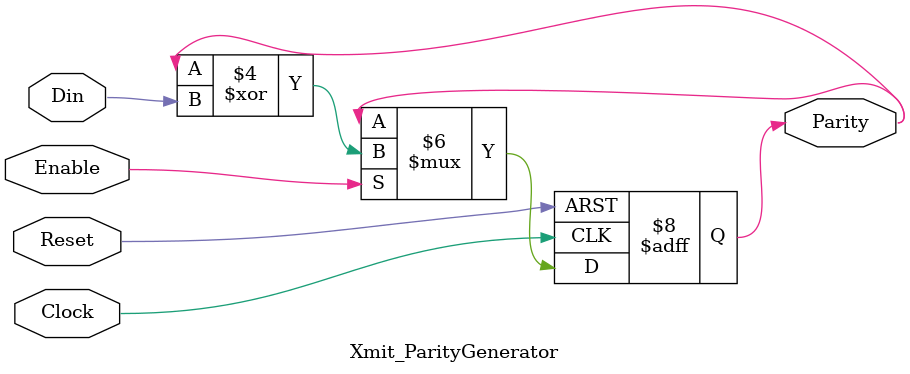
<source format=v>
module Xmit_ParityGenerator (Reset, Clock, Din, Enable, Parity);

   input Reset;
   input Clock;
   input Din;
   input Enable;
   output reg Parity;


always @(posedge(Clock), posedge(Reset)) begin
   if (Reset == 1)
      Parity <= 0;
   else if(Enable == 1) 
      Parity <= Parity ^ Din;
   else 
      Parity <= Parity;

end


endmodule

</source>
